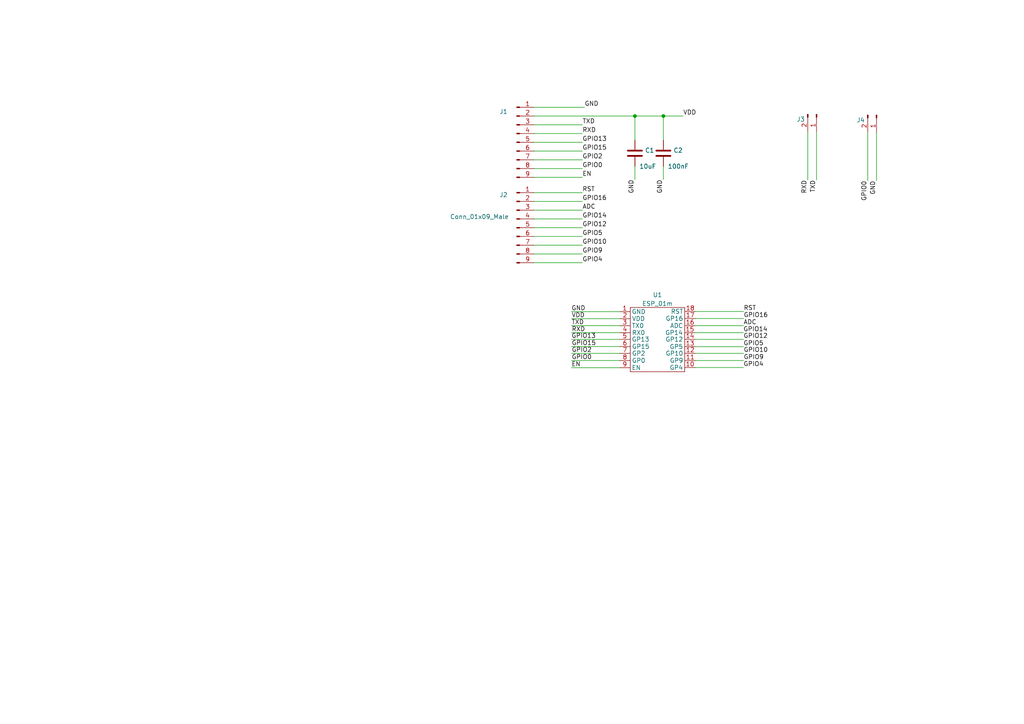
<source format=kicad_sch>
(kicad_sch (version 20211123) (generator eeschema)
  (paper "A4")
  (lib_symbols
    (symbol "Connector:Conn_01x02_Male" (pin_names (offset 1.016) hide)
      (property "Reference" "J" (at 0 2.54 0))
      (property "Value" "Conn_01x02_Male" (at 0 -5.08 0))
      (symbol "Conn_01x02_Male_1_1"
        (polyline (pts (xy 1.27 -2.54) (xy 0.8636 -2.54)) (stroke (width 0.1524)))
        (polyline (pts (xy 1.27 0) (xy 0.8636 0)) (stroke (width 0.1524)))
        (rectangle (start 0.8636 -2.413) (end 0 -2.667) (stroke (width 0.1524)) (fill (type outline)))
        (rectangle (start 0.8636 0.127) (end 0 -0.127) (stroke (width 0.1524)) (fill (type outline)))
        (pin passive line (at 5.08 0 180) (length 3.81) (name "Pin_1") (number "1"))
        (pin passive line (at 5.08 -2.54 180) (length 3.81) (name "Pin_2") (number "2"))
      )
    )
    (symbol "Connector:Conn_01x09_Male" (pin_names (offset 1.016) hide)
      (property "Reference" "J" (at 0 12.7 0))
      (property "Value" "Conn_01x09_Male" (at 0 -12.7 0))
      (symbol "Conn_01x09_Male_1_1"
        (polyline (pts (xy 1.27 -10.16) (xy 0.8636 -10.16)) (stroke (width 0.1524)))
        (polyline (pts (xy 1.27 -7.62) (xy 0.8636 -7.62)) (stroke (width 0.1524)))
        (polyline (pts (xy 1.27 -5.08) (xy 0.8636 -5.08)) (stroke (width 0.1524)))
        (polyline (pts (xy 1.27 -2.54) (xy 0.8636 -2.54)) (stroke (width 0.1524)))
        (polyline (pts (xy 1.27 0) (xy 0.8636 0)) (stroke (width 0.1524)))
        (polyline (pts (xy 1.27 2.54) (xy 0.8636 2.54)) (stroke (width 0.1524)))
        (polyline (pts (xy 1.27 5.08) (xy 0.8636 5.08)) (stroke (width 0.1524)))
        (polyline (pts (xy 1.27 7.62) (xy 0.8636 7.62)) (stroke (width 0.1524)))
        (polyline (pts (xy 1.27 10.16) (xy 0.8636 10.16)) (stroke (width 0.1524)))
        (rectangle (start 0.8636 -10.033) (end 0 -10.287) (stroke (width 0.1524)) (fill (type outline)))
        (rectangle (start 0.8636 -7.493) (end 0 -7.747) (stroke (width 0.1524)) (fill (type outline)))
        (rectangle (start 0.8636 -4.953) (end 0 -5.207) (stroke (width 0.1524)) (fill (type outline)))
        (rectangle (start 0.8636 -2.413) (end 0 -2.667) (stroke (width 0.1524)) (fill (type outline)))
        (rectangle (start 0.8636 0.127) (end 0 -0.127) (stroke (width 0.1524)) (fill (type outline)))
        (rectangle (start 0.8636 2.667) (end 0 2.413) (stroke (width 0.1524)) (fill (type outline)))
        (rectangle (start 0.8636 5.207) (end 0 4.953) (stroke (width 0.1524)) (fill (type outline)))
        (rectangle (start 0.8636 7.747) (end 0 7.493) (stroke (width 0.1524)) (fill (type outline)))
        (rectangle (start 0.8636 10.287) (end 0 10.033) (stroke (width 0.1524)) (fill (type outline)))
        (pin passive line (at 5.08 10.16 180) (length 3.81) (name "Pin_1") (number "1"))
        (pin passive line (at 5.08 7.62 180) (length 3.81) (name "Pin_2") (number "2"))
        (pin passive line (at 5.08 5.08 180) (length 3.81) (name "Pin_3") (number "3"))
        (pin passive line (at 5.08 2.54 180) (length 3.81) (name "Pin_4") (number "4"))
        (pin passive line (at 5.08 0 180) (length 3.81) (name "Pin_5") (number "5"))
        (pin passive line (at 5.08 -2.54 180) (length 3.81) (name "Pin_6") (number "6"))
        (pin passive line (at 5.08 -5.08 180) (length 3.81) (name "Pin_7") (number "7"))
        (pin passive line (at 5.08 -7.62 180) (length 3.81) (name "Pin_8") (number "8"))
        (pin passive line (at 5.08 -10.16 180) (length 3.81) (name "Pin_9") (number "9"))
      )
    )
    (symbol "Device:C" (pin_numbers hide) (pin_names (offset 0.254))
      (property "Reference" "C" (at 0.635 2.54 0))
      (property "Value" "C" (at 0.635 -2.54 0))
      (symbol "C_0_1"
        (polyline (pts (xy -2.032 -0.762) (xy 2.032 -0.762)) (stroke (width 0.508)))
        (polyline (pts (xy -2.032 0.762) (xy 2.032 0.762)) (stroke (width 0.508)))
      )
      (symbol "C_1_1"
        (pin passive line (at 0 3.81 270) (length 2.794) (name "~") (number "1"))
        (pin passive line (at 0 -3.81 90) (length 2.794) (name "~") (number "2"))
      )
    )
    (symbol "esp01m:ESP_01m"
      (property "Reference" "U" (at -10.922 -4.7752 0))
      (property "Value" "ESP_01m" (at -10.922 -2.2352 0))
      (symbol "ESP_01m_0_1"
        (rectangle (start -19.7104 -6.9596) (end -3.9116 -25.6032) (stroke (width 0.1524)))
      )
      (symbol "ESP_01m_1_1"
        (pin passive line (at -22.8092 -8.1788 0) (length 3) (name "GND") (number "1"))
        (pin bidirectional line (at -0.8636 -24.384 180) (length 3) (name "GP4") (number "10"))
        (pin bidirectional line (at -0.8128 -22.352 180) (length 3) (name "GP9") (number "11"))
        (pin bidirectional line (at -0.8128 -20.2692 180) (length 3) (name "GP10") (number "12"))
        (pin bidirectional line (at -0.8636 -18.3388 180) (length 3) (name "GP5") (number "13"))
        (pin bidirectional line (at -0.8636 -16.2052 180) (length 3) (name "GP12") (number "14"))
        (pin bidirectional line (at -0.9144 -14.2748 180) (length 3) (name "GP14") (number "15"))
        (pin bidirectional line (at -0.8636 -12.2428 180) (length 3) (name "ADC") (number "16"))
        (pin bidirectional line (at -0.8128 -10.16 180) (length 3) (name "GP16") (number "17"))
        (pin bidirectional line (at -0.8128 -8.128 180) (length 3) (name "RST") (number "18"))
        (pin passive line (at -22.7584 -10.2108 0) (length 3) (name "VDD") (number "2"))
        (pin bidirectional line (at -22.8092 -12.2428 0) (length 3) (name "TX0") (number "3"))
        (pin bidirectional line (at -22.7584 -14.2748 0) (length 3) (name "RX0") (number "4"))
        (pin bidirectional line (at -22.8092 -16.2052 0) (length 3) (name "GP13") (number "5"))
        (pin bidirectional line (at -22.7584 -18.288 0) (length 3) (name "GP15") (number "6"))
        (pin bidirectional line (at -22.7584 -20.2692 0) (length 3) (name "GP2") (number "7"))
        (pin bidirectional line (at -22.7584 -22.352 0) (length 3) (name "GP0") (number "8"))
        (pin bidirectional line (at -22.8092 -24.4348 0) (length 3) (name "EN") (number "9"))
      )
    )
  )
  (junction (at 184.15 33.655))
  (junction (at 192.405 33.655))
  (wire (pts (xy 154.94 46.355) (xy 168.91 46.355)))
  (wire (pts (xy 154.94 55.88) (xy 168.91 55.88)))
  (wire (pts (xy 192.405 48.26) (xy 192.405 52.07)))
  (wire (pts (xy 184.15 33.655) (xy 184.15 40.64)))
  (wire (pts (xy 179.7558 96.4946) (xy 165.7858 96.4946)))
  (wire (pts (xy 201.6506 98.425) (xy 215.6206 98.425)))
  (wire (pts (xy 154.94 51.435) (xy 168.91 51.435)))
  (wire (pts (xy 154.94 58.42) (xy 168.91 58.42)))
  (wire (pts (xy 184.15 48.26) (xy 184.15 52.07)))
  (wire (pts (xy 179.7558 102.489) (xy 165.7858 102.489)))
  (wire (pts (xy 154.94 33.655) (xy 184.15 33.655)))
  (wire (pts (xy 179.705 90.3986) (xy 165.735 90.3986)))
  (wire (pts (xy 179.7558 92.4306) (xy 165.7858 92.4306)))
  (wire (pts (xy 154.94 43.815) (xy 168.91 43.815)))
  (wire (pts (xy 179.7558 100.5078) (xy 165.7858 100.5078)))
  (wire (pts (xy 154.94 38.735) (xy 168.91 38.735)))
  (wire (pts (xy 192.405 33.655) (xy 198.12 33.655)))
  (wire (pts (xy 234.2896 38.227) (xy 234.2896 52.197)))
  (wire (pts (xy 236.8296 38.227) (xy 236.8296 52.197)))
  (wire (pts (xy 154.94 36.195) (xy 168.91 36.195)))
  (wire (pts (xy 251.6886 38.4302) (xy 251.6886 52.4002)))
  (wire (pts (xy 201.7014 104.5718) (xy 215.6714 104.5718)))
  (wire (pts (xy 154.94 73.66) (xy 168.91 73.66)))
  (wire (pts (xy 201.6506 94.4626) (xy 215.6206 94.4626)))
  (wire (pts (xy 201.5998 96.4946) (xy 215.5698 96.4946)))
  (wire (pts (xy 201.6506 106.6038) (xy 215.6206 106.6038)))
  (wire (pts (xy 154.94 48.895) (xy 168.91 48.895)))
  (wire (pts (xy 154.94 71.12) (xy 168.91 71.12)))
  (wire (pts (xy 192.405 33.655) (xy 192.405 40.64)))
  (wire (pts (xy 154.94 41.275) (xy 168.91 41.275)))
  (wire (pts (xy 184.15 33.655) (xy 192.405 33.655)))
  (wire (pts (xy 254.2286 38.4302) (xy 254.2286 52.4002)))
  (wire (pts (xy 179.705 98.425) (xy 165.735 98.425)))
  (wire (pts (xy 201.6506 100.5586) (xy 215.6206 100.5586)))
  (wire (pts (xy 179.7558 104.5718) (xy 165.7858 104.5718)))
  (wire (pts (xy 154.94 63.5) (xy 168.91 63.5)))
  (wire (pts (xy 154.94 60.96) (xy 168.91 60.96)))
  (wire (pts (xy 201.7014 90.3478) (xy 215.6714 90.3478)))
  (wire (pts (xy 154.94 68.58) (xy 168.91 68.58)))
  (wire (pts (xy 179.705 94.4626) (xy 165.735 94.4626)))
  (wire (pts (xy 201.7014 92.3798) (xy 215.6714 92.3798)))
  (wire (pts (xy 154.94 66.04) (xy 168.91 66.04)))
  (wire (pts (xy 154.94 31.115) (xy 169.545 31.115)))
  (wire (pts (xy 179.705 106.6546) (xy 165.735 106.6546)))
  (wire (pts (xy 154.94 76.2) (xy 168.91 76.2)))
  (wire (pts (xy 201.7014 102.489) (xy 215.6714 102.489)))
  (label "GPIO12" (at 215.6206 98.425 0))
  (label "GPIO16" (at 168.91 58.42 0))
  (label "GPIO12" (at 168.91 66.04 0))
  (label "ADC" (at 168.91 60.96 0))
  (label "GND" (at 169.545 31.115 0))
  (label "GPIO5" (at 215.6206 100.5586 0))
  (label "GPIO15" (at 165.7858 100.5078 0))
  (label "GPIO5" (at 168.91 68.58 0))
  (label "GPIO2" (at 165.7858 102.489 0))
  (label "RST" (at 215.6714 90.3478 0))
  (label "GPIO2" (at 168.91 46.355 0))
  (label "GPIO10" (at 168.91 71.12 0))
  (label "RXD" (at 234.2896 52.197 270))
  (label "EN" (at 165.735 106.6546 0))
  (label "GPIO0" (at 168.91 48.895 0))
  (label "TXD" (at 236.8296 52.197 270))
  (label "GPIO14" (at 168.91 63.5 0))
  (label "GND" (at 165.735 90.3986 0))
  (label "GPIO9" (at 168.91 73.66 0))
  (label "GPIO4" (at 168.91 76.2 0))
  (label "GPIO13" (at 165.735 98.425 0))
  (label "GPIO10" (at 215.6714 102.489 0))
  (label "TXD" (at 168.91 36.195 0))
  (label "TXD" (at 165.735 94.4626 0))
  (label "GPIO0" (at 165.7858 104.5718 0))
  (label "RXD" (at 168.91 38.735 0))
  (label "EN" (at 168.91 51.435 0))
  (label "GND" (at 254.2286 52.4002 270))
  (label "GPIO13" (at 168.91 41.275 0))
  (label "RXD" (at 165.7858 96.4946 0))
  (label "GPIO14" (at 215.5698 96.4946 0))
  (label "GND" (at 184.15 52.07 270))
  (label "GPIO9" (at 215.6714 104.5718 0))
  (label "GPIO0" (at 251.6886 52.4002 270))
  (label "ADC" (at 215.6206 94.4626 0))
  (label "VDD" (at 198.12 33.655 0))
  (label "VDD" (at 165.7858 92.4306 0))
  (label "GPIO4" (at 215.6206 106.6038 0))
  (label "RST" (at 168.91 55.88 0))
  (label "GPIO16" (at 215.6714 92.3798 0))
  (label "GPIO15" (at 168.91 43.815 0))
  (label "GND" (at 192.405 52.07 270))
  (symbol (lib_id "Connector:Conn_01x09_Male") (at 149.86 41.275 0) (unit 1)
    (property "Reference" "J1" (at 146.05 32.385 0))
    (property "Value" "Conn_01x09_Male" (effects hide))
    (property "Footprint" "Connector_PinHeader_2.54mm:PinHeader_1x09_P2.54mm_Vertical" (effects hide))
  )
  (symbol (lib_id "esp01m:ESP_01m") (at 202.5142 82.2198 0) (unit 1)
    (property "Reference" "U1" (at 190.7032 85.5304 0))
    (property "Value" "ESP_01m" (at 190.7032 88.0673 0))
    (property "Footprint" "esp01m:ESP_01M" (effects hide))
  )
  (symbol (lib_id "Device:C") (at 184.15 44.45 0) (unit 1)
    (property "Reference" "C1" (at 187.071 43.6153 0) (effects (justify left)))
    (property "Value" "10uF" (at 185.42 48.26 0) (effects (justify left)))
    (property "Footprint" "Capacitor_THT:CP_Radial_D8.0mm_P5.00mm" (effects hide))
  )
  (symbol (lib_id "Device:C") (at 192.405 44.45 0) (unit 1)
    (property "Reference" "C2" (at 195.326 43.6153 0) (effects (justify left)))
    (property "Value" "100nF" (at 193.675 48.26 0) (effects (justify left)))
    (property "Footprint" "Capacitor_THT:CP_Radial_D8.0mm_P5.00mm" (effects hide))
  )
  (symbol (lib_id "Connector:Conn_01x09_Male") (at 149.86 66.04 0) (unit 1)
    (property "Reference" "J2" (at 146.05 56.515 0))
    (property "Value" "Conn_01x09_Male" (at 139.065 62.865 0))
    (property "Footprint" "Connector_PinHeader_2.54mm:PinHeader_1x09_P2.54mm_Vertical" (effects hide))
  )
  (symbol (lib_id "Connector:Conn_01x02_Male") (at 236.8296 33.147 270) (unit 1)
    (property "Reference" "J3" (at 233.4514 34.6167 90) (effects (justify right)))
    (property "Value" "Conn_01x02_Male" (effects hide))
    (property "Footprint" "Connector_PinHeader_2.54mm:PinHeader_1x02_P2.54mm_Vertical" (effects hide))
  )
  (symbol (lib_id "Connector:Conn_01x02_Male") (at 254.2286 33.3502 270) (unit 1)
    (property "Reference" "J4" (at 250.8504 34.8199 90) (effects (justify right)))
    (property "Value" "Conn_01x02_Male" (effects hide))
    (property "Footprint" "Connector_PinHeader_2.54mm:PinHeader_1x02_P2.54mm_Vertical" (effects hide))
  )
)
</source>
